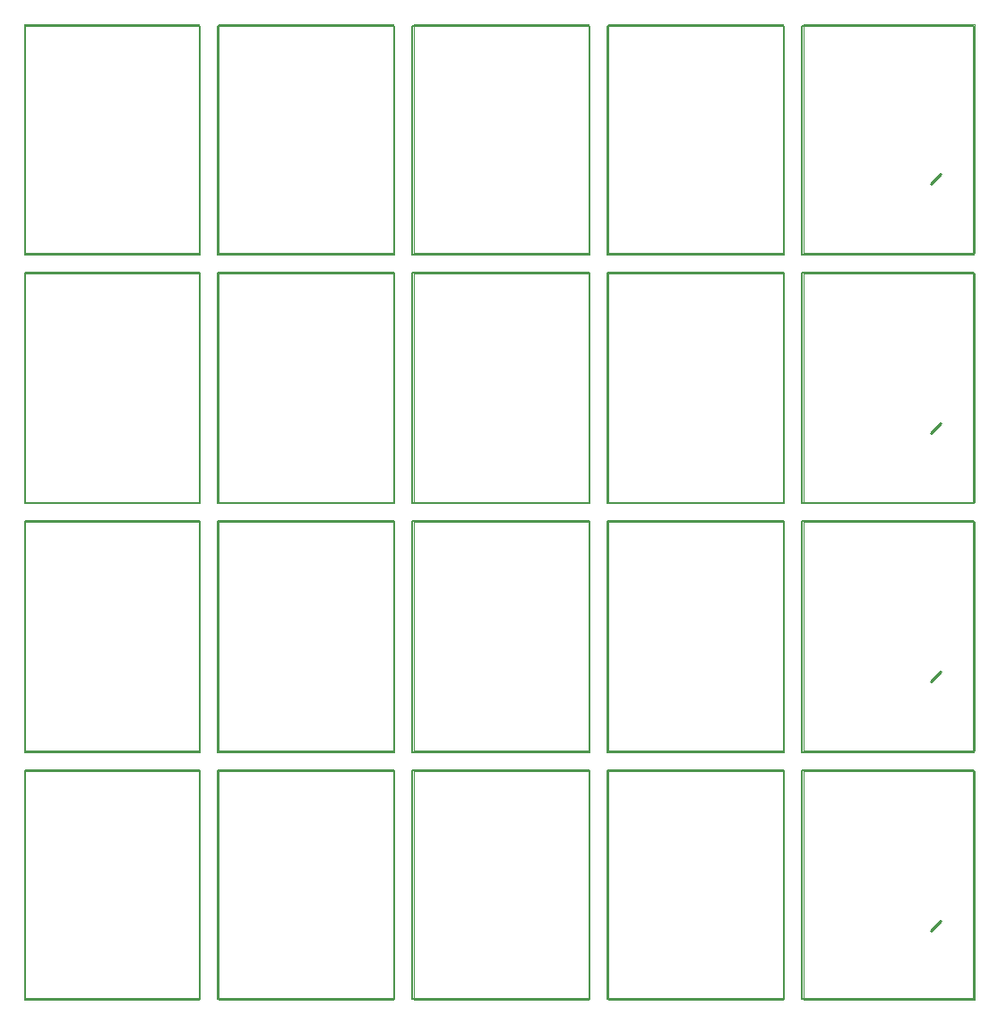
<source format=gbo>
G75*
G70*
%OFA0B0*%
%FSLAX25Y25*%
%IPPOS*%
%LPD*%
%AMOC8*
5,1,8,0,0,1.08239X$1,22.5*
%
%ADD11C,0.01000*%
%ADD15C,0.00800*%
%ADD17C,0.00000*%
X0010000Y0010000D02*
G75*
%LPD*%
D17*
X0010000Y0010000D02*
X0010000Y0095000D01*
X0075000Y0095000D01*
X0075000Y0010000D01*
X0010000Y0010000D01*
D15*
X0010400Y0010400D02*
X0010400Y0095400D01*
X0010400Y0095400D02*
X0075400Y0095400D01*
X0075400Y0010400D01*
X0010400Y0010400D01*
X0082500Y0010000D02*
G75*
%LPD*%
D17*
X0082500Y0010000D02*
X0082500Y0095000D01*
X0147500Y0095000D01*
X0147500Y0010000D01*
X0082500Y0010000D01*
D15*
X0082100Y0010400D02*
X0082100Y0095400D01*
X0147900Y0095400D01*
X0147900Y0010400D01*
X0082100Y0010400D01*
X0155000Y0010000D02*
G75*
%LPD*%
D17*
X0155000Y0010000D02*
X0155000Y0095000D01*
X0220000Y0095000D01*
X0220000Y0010000D01*
X0155000Y0010000D01*
D15*
X0154600Y0010400D02*
X0154600Y0095400D01*
X0220400Y0095400D01*
X0220400Y0010400D01*
X0154600Y0010400D01*
X0227500Y0010000D02*
G75*
%LPD*%
D17*
X0227500Y0010000D02*
X0227500Y0095000D01*
X0292500Y0095000D01*
X0292500Y0010000D01*
X0227500Y0010000D01*
D15*
X0227100Y0010400D02*
X0227100Y0095400D01*
X0292900Y0095400D01*
X0292900Y0010400D01*
X0227100Y0010400D01*
X0300000Y0010000D02*
G75*
%LPD*%
D17*
X0300000Y0010000D02*
X0300000Y0095000D01*
X0363750Y0095000D01*
X0363750Y0010000D01*
X0300000Y0010000D01*
D11*
X0347500Y0035620D02*
X0351250Y0039370D01*
D15*
X0299600Y0010400D02*
X0299600Y0095400D01*
X0363350Y0095400D01*
X0363350Y0010400D01*
X0363350Y0010400D02*
X0299600Y0010400D01*
X0010000Y0102500D02*
G75*
%LPD*%
D17*
X0010000Y0102500D02*
X0010000Y0187500D01*
X0075000Y0187500D01*
X0075000Y0102500D01*
X0010000Y0102500D01*
D15*
X0010400Y0102100D02*
X0010400Y0187900D01*
X0010400Y0187900D02*
X0075400Y0187900D01*
X0075400Y0102100D01*
X0010400Y0102100D01*
X0082500Y0102500D02*
G75*
%LPD*%
D17*
X0082500Y0102500D02*
X0082500Y0187500D01*
X0147500Y0187500D01*
X0147500Y0102500D01*
X0082500Y0102500D01*
D15*
X0082100Y0102100D02*
X0082100Y0187900D01*
X0147900Y0187900D01*
X0147900Y0102100D01*
X0082100Y0102100D01*
X0155000Y0102500D02*
G75*
%LPD*%
D17*
X0155000Y0102500D02*
X0155000Y0187500D01*
X0220000Y0187500D01*
X0220000Y0102500D01*
X0155000Y0102500D01*
D15*
X0154600Y0102100D02*
X0154600Y0187900D01*
X0220400Y0187900D01*
X0220400Y0102100D01*
X0154600Y0102100D01*
X0227500Y0102500D02*
G75*
%LPD*%
D17*
X0227500Y0102500D02*
X0227500Y0187500D01*
X0292500Y0187500D01*
X0292500Y0102500D01*
X0227500Y0102500D01*
D15*
X0227100Y0102100D02*
X0227100Y0187900D01*
X0292900Y0187900D01*
X0292900Y0102100D01*
X0227100Y0102100D01*
X0300000Y0102500D02*
G75*
%LPD*%
D17*
X0300000Y0102500D02*
X0300000Y0187500D01*
X0363750Y0187500D01*
X0363750Y0102500D01*
X0300000Y0102500D01*
D11*
X0347500Y0128120D02*
X0351250Y0131870D01*
D15*
X0299600Y0102100D02*
X0299600Y0187900D01*
X0363350Y0187900D01*
X0363350Y0102100D01*
X0363350Y0102100D02*
X0299600Y0102100D01*
X0010000Y0195000D02*
G75*
%LPD*%
D17*
X0010000Y0195000D02*
X0010000Y0280000D01*
X0075000Y0280000D01*
X0075000Y0195000D01*
X0010000Y0195000D01*
D15*
X0010400Y0194600D02*
X0010400Y0280400D01*
X0010400Y0280400D02*
X0075400Y0280400D01*
X0075400Y0194600D01*
X0010400Y0194600D01*
X0082500Y0195000D02*
G75*
%LPD*%
D17*
X0082500Y0195000D02*
X0082500Y0280000D01*
X0147500Y0280000D01*
X0147500Y0195000D01*
X0082500Y0195000D01*
D15*
X0082100Y0194600D02*
X0082100Y0280400D01*
X0147900Y0280400D01*
X0147900Y0194600D01*
X0082100Y0194600D01*
X0155000Y0195000D02*
G75*
%LPD*%
D17*
X0155000Y0195000D02*
X0155000Y0280000D01*
X0220000Y0280000D01*
X0220000Y0195000D01*
X0155000Y0195000D01*
D15*
X0154600Y0194600D02*
X0154600Y0280400D01*
X0220400Y0280400D01*
X0220400Y0194600D01*
X0154600Y0194600D01*
X0227500Y0195000D02*
G75*
%LPD*%
D17*
X0227500Y0195000D02*
X0227500Y0280000D01*
X0292500Y0280000D01*
X0292500Y0195000D01*
X0227500Y0195000D01*
D15*
X0227100Y0194600D02*
X0227100Y0280400D01*
X0292900Y0280400D01*
X0292900Y0194600D01*
X0227100Y0194600D01*
X0300000Y0195000D02*
G75*
%LPD*%
D17*
X0300000Y0195000D02*
X0300000Y0280000D01*
X0363750Y0280000D01*
X0363750Y0195000D01*
X0300000Y0195000D01*
D11*
X0347500Y0220620D02*
X0351250Y0224370D01*
D15*
X0299600Y0194600D02*
X0299600Y0280400D01*
X0363350Y0280400D01*
X0363350Y0194600D01*
X0363350Y0194600D02*
X0299600Y0194600D01*
X0010000Y0287500D02*
G75*
%LPD*%
D17*
X0010000Y0287500D02*
X0010000Y0372500D01*
X0075000Y0372500D01*
X0075000Y0287500D01*
X0010000Y0287500D01*
D15*
X0010400Y0287100D02*
X0010400Y0372100D01*
X0010400Y0372100D02*
X0075400Y0372100D01*
X0075400Y0372100D02*
X0075400Y0287100D01*
X0010400Y0287100D01*
X0082500Y0287500D02*
G75*
%LPD*%
D17*
X0082500Y0287500D02*
X0082500Y0372500D01*
X0147500Y0372500D01*
X0147500Y0287500D01*
X0082500Y0287500D01*
D15*
X0082100Y0287100D02*
X0082100Y0372100D01*
X0147900Y0372100D01*
X0147900Y0372100D02*
X0147900Y0287100D01*
X0082100Y0287100D01*
X0155000Y0287500D02*
G75*
%LPD*%
D17*
X0155000Y0287500D02*
X0155000Y0372500D01*
X0220000Y0372500D01*
X0220000Y0287500D01*
X0155000Y0287500D01*
D15*
X0154600Y0287100D02*
X0154600Y0372100D01*
X0220400Y0372100D01*
X0220400Y0372100D02*
X0220400Y0287100D01*
X0154600Y0287100D01*
X0227500Y0287500D02*
G75*
%LPD*%
D17*
X0227500Y0287500D02*
X0227500Y0372500D01*
X0292500Y0372500D01*
X0292500Y0287500D01*
X0227500Y0287500D01*
D15*
X0227100Y0287100D02*
X0227100Y0372100D01*
X0292900Y0372100D01*
X0292900Y0372100D02*
X0292900Y0287100D01*
X0227100Y0287100D01*
X0300000Y0287500D02*
G75*
%LPD*%
D17*
X0300000Y0287500D02*
X0300000Y0372500D01*
X0363750Y0372500D01*
X0363750Y0287500D01*
X0300000Y0287500D01*
D11*
X0347500Y0313120D02*
X0351250Y0316870D01*
D15*
X0299600Y0287100D02*
X0299600Y0372100D01*
X0363350Y0372100D01*
X0363350Y0372100D02*
X0363350Y0287100D01*
X0363350Y0287100D02*
X0299600Y0287100D01*
M02*

</source>
